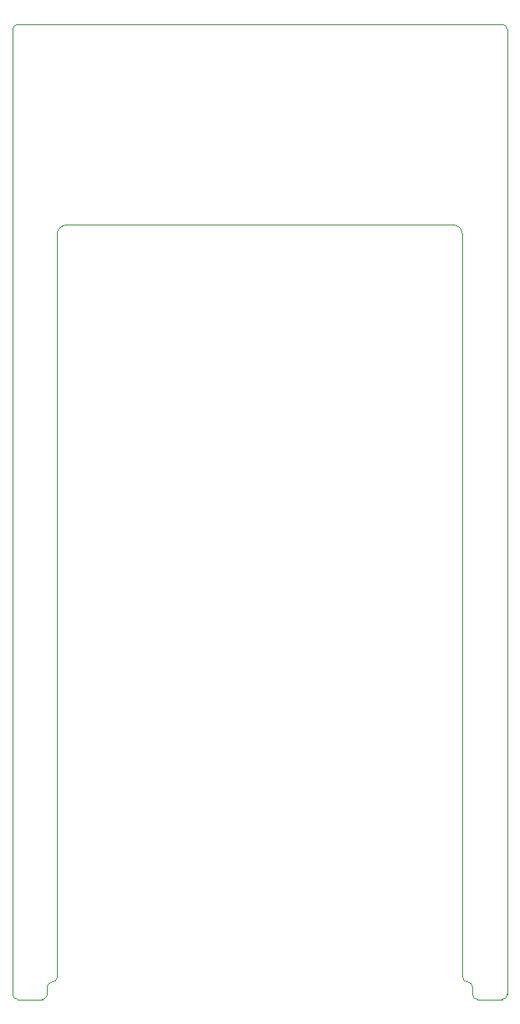
<source format=gbr>
%TF.GenerationSoftware,KiCad,Pcbnew,(5.1.9-0-10_14)*%
%TF.CreationDate,2021-04-02T13:04:38+02:00*%
%TF.ProjectId,W-DAC Piggy Board,572d4441-4320-4506-9967-677920426f61,rev?*%
%TF.SameCoordinates,Original*%
%TF.FileFunction,Profile,NP*%
%FSLAX46Y46*%
G04 Gerber Fmt 4.6, Leading zero omitted, Abs format (unit mm)*
G04 Created by KiCad (PCBNEW (5.1.9-0-10_14)) date 2021-04-02 13:04:38*
%MOMM*%
%LPD*%
G01*
G04 APERTURE LIST*
%TA.AperFunction,Profile*%
%ADD10C,0.050000*%
%TD*%
G04 APERTURE END LIST*
D10*
X130500000Y-61000000D02*
X169500000Y-61000000D01*
X174500000Y-40750000D02*
X125500000Y-40750000D01*
X174500000Y-40750000D02*
G75*
G02*
X175000000Y-41250000I0J-500000D01*
G01*
X125000000Y-41250000D02*
G75*
G02*
X125500000Y-40750000I500000J0D01*
G01*
X175000000Y-138750000D02*
G75*
G02*
X174500000Y-139250000I-500000J0D01*
G01*
X125500000Y-139250000D02*
G75*
G02*
X125000000Y-138750000I0J500000D01*
G01*
X172000000Y-139250000D02*
G75*
G02*
X171500000Y-138750000I0J500000D01*
G01*
X171000000Y-137500000D02*
G75*
G02*
X170500000Y-137000000I0J500000D01*
G01*
X128500000Y-138750000D02*
G75*
G02*
X128000000Y-139250000I-500000J0D01*
G01*
X129500000Y-137000000D02*
G75*
G02*
X129000000Y-137500000I-500000J0D01*
G01*
X169500000Y-61000000D02*
G75*
G02*
X170500000Y-62000000I0J-1000000D01*
G01*
X129500000Y-62000000D02*
G75*
G02*
X130500000Y-61000000I1000000J0D01*
G01*
X128500000Y-138000000D02*
G75*
G02*
X129000000Y-137500000I500000J0D01*
G01*
X171000000Y-137500000D02*
G75*
G02*
X171500000Y-138000000I0J-500000D01*
G01*
X129500000Y-62000000D02*
X129500000Y-137000000D01*
X170500000Y-62000000D02*
X170500000Y-137000000D01*
X128500000Y-138000000D02*
X128500000Y-138750000D01*
X171500000Y-138750000D02*
X171500000Y-138000000D01*
X174500000Y-139250000D02*
X172000000Y-139250000D01*
X125500000Y-139250000D02*
X128000000Y-139250000D01*
X175000000Y-138750000D02*
X175000000Y-41250000D01*
X125000000Y-41250000D02*
X125000000Y-138750000D01*
M02*

</source>
